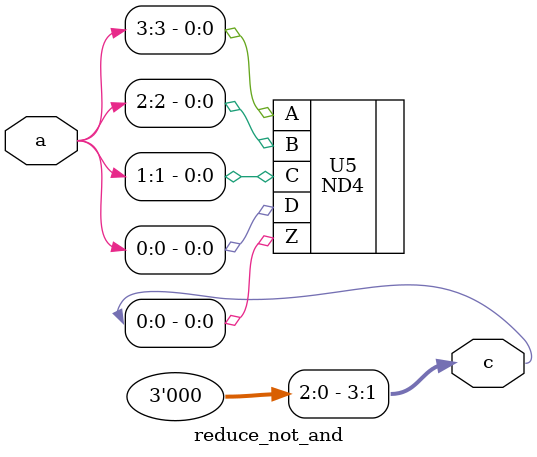
<source format=v>


module reduce_not_and ( a, c );
  input [3:0] a;
  output [3:0] c;

  assign c[1] = 1'b0;
  assign c[2] = 1'b0;
  assign c[3] = 1'b0;

  ND4 U5 ( .A(a[3]), .B(a[2]), .C(a[1]), .D(a[0]), .Z(c[0]) );
endmodule


</source>
